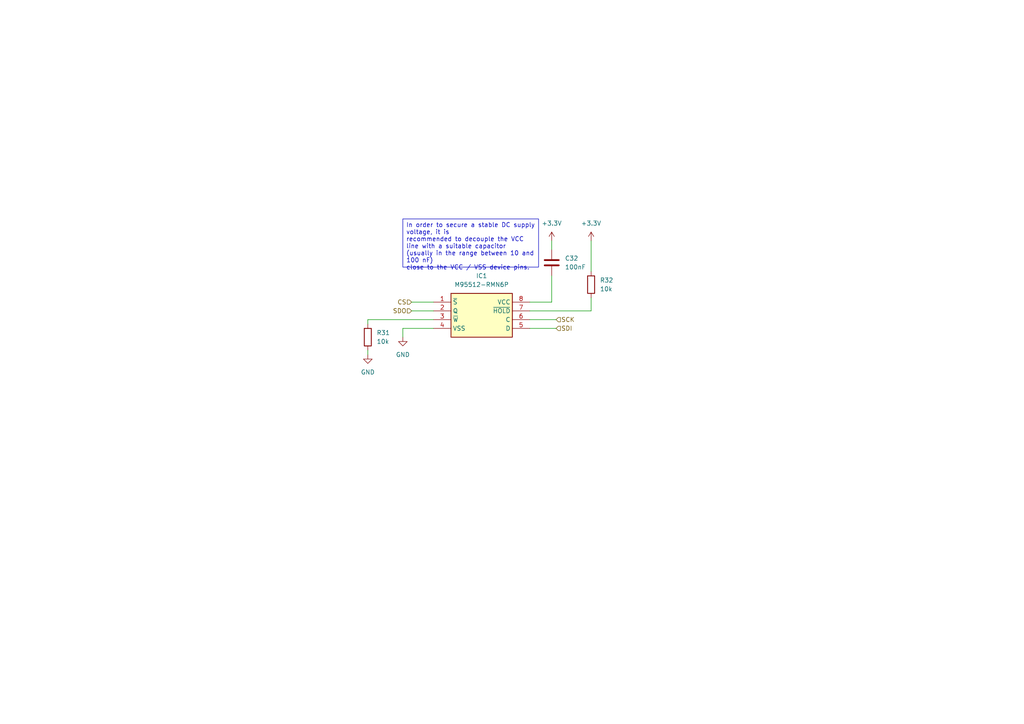
<source format=kicad_sch>
(kicad_sch (version 20231120) (generator "eeschema") (generator_version "8.0")
  (paper "A4")
  (title_block (title "Polimi Board ") (date "2024-07-16") (rev "2.0") (company "Politecnico di Milano") (comment 1 "Embedded Systems Project") (comment 2 "ing. Zaccaria Eliseo Carrettoni"))
  (lib_symbols
    (symbol "Device:C" (pin_numbers hide) (pin_names (offset 0.254))
      (property "Reference" "C" (at 0.635 2.54 0))
      (property "Value" "C" (at 0.635 -2.54 0))
      (symbol "C_0_1"
        (polyline (pts (xy -2.032 -0.762) (xy 2.032 -0.762)) (stroke (width 0.508)))
        (polyline (pts (xy -2.032 0.762) (xy 2.032 0.762)) (stroke (width 0.508)))
      )
      (symbol "C_1_1"
        (pin passive line (at 0 3.81 270) (length 2.794) (name "~") (number "1"))
        (pin passive line (at 0 -3.81 90) (length 2.794) (name "~") (number "2"))
      )
    )
    (symbol "Device:R" (pin_numbers hide) (pin_names (offset 0))
      (property "Reference" "R" (at 2.032 0 90))
      (property "Value" "R" (at 0 0 90))
      (symbol "R_0_1"
        (rectangle (start -1.016 -2.54) (end 1.016 2.54) (stroke (width 0.254)))
      )
      (symbol "R_1_1"
        (pin passive line (at 0 3.81 270) (length 1.27) (name "~") (number "1"))
        (pin passive line (at 0 -3.81 90) (length 1.27) (name "~") (number "2"))
      )
    )
    (symbol "SamacSys_Parts:M95512-RMN6P"
      (property "Reference" "IC" (at 24.13 7.62 0))
      (property "Value" "M95512-RMN6P" (at 24.13 5.08 0))
      (symbol "M95512-RMN6P_1_1"
        (rectangle (start 5.08 2.54) (end 22.86 -10.16) (stroke (width 0.254)) (fill (type background)))
        (pin passive line (at 0 0 0) (length 5.08) (name "~{S}") (number "1"))
        (pin passive line (at 0 -2.54 0) (length 5.08) (name "Q") (number "2"))
        (pin passive line (at 0 -5.08 0) (length 5.08) (name "~{W}") (number "3"))
        (pin passive line (at 0 -7.62 0) (length 5.08) (name "VSS") (number "4"))
        (pin passive line (at 27.94 -7.62 180) (length 5.08) (name "D") (number "5"))
        (pin passive line (at 27.94 -5.08 180) (length 5.08) (name "C") (number "6"))
        (pin passive line (at 27.94 -2.54 180) (length 5.08) (name "~{HOLD}") (number "7"))
        (pin passive line (at 27.94 0 180) (length 5.08) (name "VCC") (number "8"))
      )
    )
    (symbol "power:+3.3V" (power) (pin_names (offset 0))
      (property "Value" "+3.3V" (at 0 3.556 0))
      (symbol "+3.3V_0_1"
        (polyline (pts (xy -0.762 1.27) (xy 0 2.54)))
        (polyline (pts (xy 0 0) (xy 0 2.54)))
        (polyline (pts (xy 0 2.54) (xy 0.762 1.27)))
      )
      (symbol "+3.3V_1_1"
        (pin power_in line (at 0 0 90) (length 0) hide (name "+3.3V") (number "1"))
      )
    )
    (symbol "power:GND" (power) (pin_names (offset 0))
      (property "Value" "GND" (at 0 -3.81 0))
      (symbol "GND_0_1"
        (polyline (pts (xy 0 0) (xy 0 -1.27) (xy 1.27 -1.27) (xy 0 -2.54) (xy -1.27 -1.27) (xy 0 -1.27)))
      )
      (symbol "GND_1_1"
        (pin power_in line (at 0 0 270) (length 0) hide (name "GND") (number "1"))
      )
    )
  )
  (wire (pts (xy 153.67 90.17) (xy 171.45 90.17)))
  (wire (pts (xy 153.67 87.63) (xy 160.02 87.63)))
  (wire (pts (xy 119.38 90.17) (xy 125.73 90.17)))
  (wire (pts (xy 171.45 90.17) (xy 171.45 86.36)))
  (wire (pts (xy 106.68 101.6) (xy 106.68 102.87)))
  (wire (pts (xy 106.68 93.98) (xy 106.68 92.71)))
  (wire (pts (xy 171.45 69.85) (xy 171.45 78.74)))
  (wire (pts (xy 119.38 87.63) (xy 125.73 87.63)))
  (wire (pts (xy 153.67 95.25) (xy 161.29 95.25)))
  (wire (pts (xy 153.67 92.71) (xy 161.29 92.71)))
  (wire (pts (xy 116.84 95.25) (xy 125.73 95.25)))
  (wire (pts (xy 160.02 72.39) (xy 160.02 69.85)))
  (wire (pts (xy 106.68 92.71) (xy 125.73 92.71)))
  (wire (pts (xy 160.02 80.01) (xy 160.02 87.63)))
  (wire (pts (xy 116.84 97.79) (xy 116.84 95.25)))
  (text_box "In order to secure a stable DC supply voltage, it is\nrecommended to decouple the VCC line with a suitable capacitor (usually in the range between 10 and 100 nF)\nclose to the VCC / VSS device pins." (at 116.84 63.5 0) (size 39.37 13.97) (effects (font (size 1.27 1.27)) (justify left top)))
  (hierarchical_label "SDI" (shape input) (at 161.29 95.25 0))
  (hierarchical_label "SCK" (shape input) (at 161.29 92.71 0))
  (hierarchical_label "SDO" (shape input) (at 119.38 90.17 180))
  (hierarchical_label "CS" (shape input) (at 119.38 87.63 180))
  (symbol (lib_id "SamacSys_Parts:M95512-RMN6P") (at 125.73 87.63 0) (unit 1)
    (property "Reference" "IC1" (at 139.7 80.01 0))
    (property "Value" "M95512-RMN6P" (at 139.7 82.55 0))
    (property "Footprint" "SamacSys_Parts:SOIC127P600X175-8N" (effects (hide yes)))
    (property "Datasheet" "https://www.st.com/resource/en/datasheet/m95512-w.pdf" (effects (hide yes)))
    (property "Description" "STMicroelectronics M95512-RMN6P EEPROM Memory Chip, 512kbit, 80ns, 1.8  5.5 V 8-Pin SOIC" (effects (hide yes)))
    (property "Height" "1.75" (effects (hide yes)))
    (property "Mouser Part Number" "511-M95512-RMN6P" (effects (hide yes)))
    (property "Mouser Price/Stock" "https://www.mouser.co.uk/ProductDetail/STMicroelectronics/M95512-RMN6P?qs=jZi1jxfVU95kyrSn89F2Zg%3D%3D" (effects (hide yes)))
    (property "Manufacturer_Name" "STMicroelectronics" (effects (hide yes)))
    (property "Manufacturer_Part_Number" "M95512-RMN6P" (effects (hide yes)))
  )
  (symbol (lib_id "power:GND") (at 116.84 97.79 0) (unit 1)
    (property "Reference" "#PWR083" (effects (hide yes)))
    (property "Value" "GND" (at 116.84 102.87 0))
  )
  (symbol (lib_id "Device:C") (at 160.02 76.2 0) (unit 1)
    (property "Reference" "C32" (at 163.83 74.93 0) (effects (justify left)))
    (property "Value" "100nF" (at 163.83 77.47 0) (effects (justify left)))
    (property "Footprint" "Capacitor_SMD:C_0603_1608Metric_Pad1.08x0.95mm_HandSolder" (effects (hide yes)))
  )
  (symbol (lib_id "Device:R") (at 106.68 97.79 0) (unit 1)
    (property "Reference" "R31" (at 109.22 96.5199 0) (effects (justify left)))
    (property "Value" "10k" (at 109.22 99.0599 0) (effects (justify left)))
    (property "Footprint" "Resistor_SMD:R_0603_1608Metric_Pad0.98x0.95mm_HandSolder" (effects (hide yes)))
  )
  (symbol (lib_id "power:+3.3V") (at 160.02 69.85 0) (unit 1)
    (property "Reference" "#PWR084" (effects (hide yes)))
    (property "Value" "+3.3V" (at 160.02 64.77 0))
  )
  (symbol (lib_id "power:GND") (at 106.68 102.87 0) (unit 1)
    (property "Reference" "#PWR082" (effects (hide yes)))
    (property "Value" "GND" (at 106.68 107.95 0))
  )
  (symbol (lib_id "Device:R") (at 171.45 82.55 0) (unit 1)
    (property "Reference" "R32" (at 173.99 81.2799 0) (effects (justify left)))
    (property "Value" "10k" (at 173.99 83.8199 0) (effects (justify left)))
    (property "Footprint" "Resistor_SMD:R_0603_1608Metric_Pad0.98x0.95mm_HandSolder" (effects (hide yes)))
  )
  (symbol (lib_id "power:+3.3V") (at 171.45 69.85 0) (unit 1)
    (property "Reference" "#PWR085" (effects (hide yes)))
    (property "Value" "+3.3V" (at 171.45 64.77 0))
  )
)
</source>
